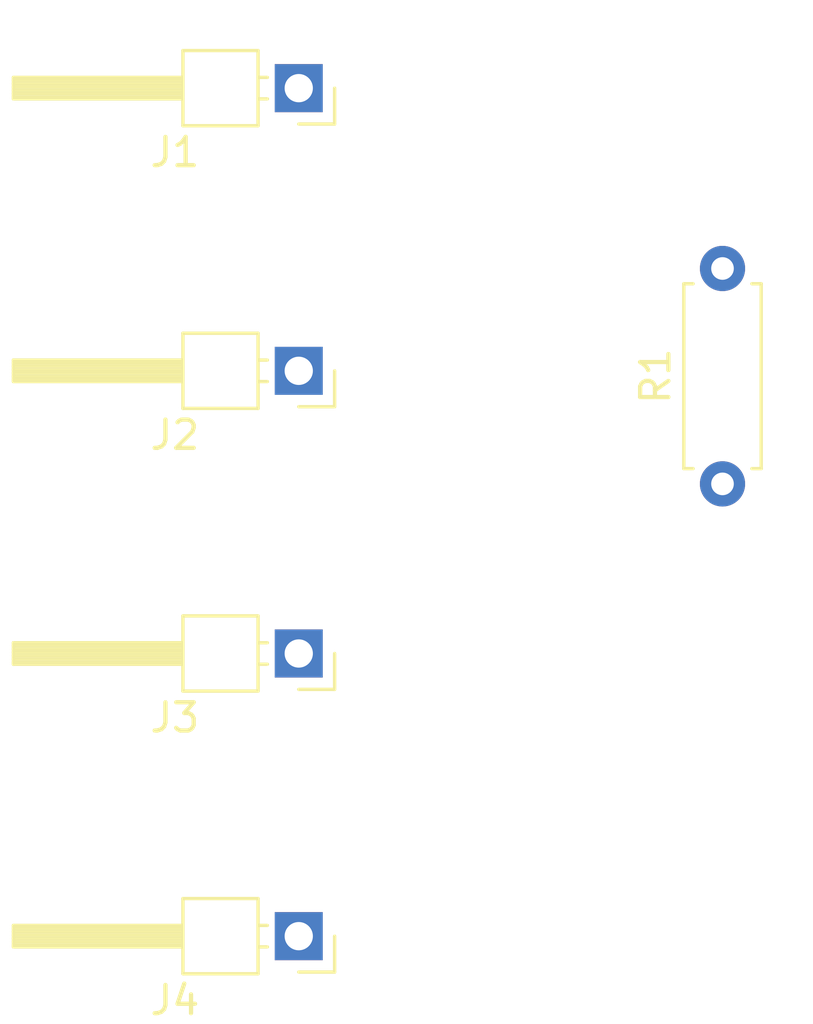
<source format=kicad_pcb>
(kicad_pcb (version 20240108) (generator "pcbnew") (generator_version "8.0")
  (layers (0 "F.Cu" signal) (31 "B.Cu" signal) (34 "B.Paste" user) (35 "F.Paste" user) (36 "B.SilkS" user "B.Silkscreen") (37 "F.SilkS" user "F.Silkscreen") (38 "B.Mask" user) (39 "F.Mask" user) (44 "Edge.Cuts" user))
  (net 0 "")
  (net 1 "VCC")
  (net 2 "GND")
  (net 3 "/BUS0")
  (net 4 "/BUS1")
  (footprint "Resistor_THT:R_Axial_DIN0207_L6.3mm_D2.5mm_P7.62mm_Horizontal" (layer "F.Cu") (at 175 104 90)
    (property "Reference" "R1" (at 3.81 -2.37 270) (layer "F.SilkS"))
    (property "Value" "R")
    (fp_line (start 7.08 -1.37) (end 7.08 -1.04) (stroke (width 0.12)) (layer "F.SilkS"))
    (fp_line (start 0.54 -1.37) (end 7.08 -1.37) (stroke (width 0.12)) (layer "F.SilkS"))
    (fp_line (start 0.54 -1.04) (end 0.54 -1.37) (stroke (width 0.12)) (layer "F.SilkS"))
    (fp_line (start 0.54 1.04) (end 0.54 1.37) (stroke (width 0.12)) (layer "F.SilkS"))
    (fp_line (start 7.08 1.37) (end 7.08 1.04) (stroke (width 0.12)) (layer "F.SilkS"))
    (fp_line (start 0.54 1.37) (end 7.08 1.37) (stroke (width 0.12)) (layer "F.SilkS"))
    (pad "1" thru_hole circle (at 0 0 90) (size 1.6 1.6) (drill 0.8) (layers "*.Cu" "*.Mask") (net 3 "/BUS0"))
    (pad "2" thru_hole oval (at 7.62 0 90) (size 1.6 1.6) (drill 0.8) (layers "*.Cu" "*.Mask") (net 1 "VCC"))
  )
  (footprint "Connector_PinHeader_2.54mm:PinHeader_1x01_P2.54mm_Horizontal" (layer "F.Cu") (at 160 120 180)
    (property "Reference" "J4" (at 4.385 -2.27 180) (layer "F.SilkS"))
    (property "Value" "Conn_01x01")
    (fp_line (start 10.1 0.38) (end 4.1 0.38) (stroke (width 0.12)) (layer "F.SilkS"))
    (fp_line (start 10.1 -0.38) (end 10.1 0.38) (stroke (width 0.12)) (layer "F.SilkS"))
    (fp_line (start 4.1 1.33) (end 4.1 -1.33) (stroke (width 0.12)) (layer "F.SilkS"))
    (fp_line (start 4.1 0.28) (end 10.1 0.28) (stroke (width 0.12)) (layer "F.SilkS"))
    (fp_line (start 4.1 0.16) (end 10.1 0.16) (stroke (width 0.12)) (layer "F.SilkS"))
    (fp_line (start 4.1 0.04) (end 10.1 0.04) (stroke (width 0.12)) (layer "F.SilkS"))
    (fp_line (start 4.1 -0.08) (end 10.1 -0.08) (stroke (width 0.12)) (layer "F.SilkS"))
    (fp_line (start 4.1 -0.2) (end 10.1 -0.2) (stroke (width 0.12)) (layer "F.SilkS"))
    (fp_line (start 4.1 -0.32) (end 10.1 -0.32) (stroke (width 0.12)) (layer "F.SilkS"))
    (fp_line (start 4.1 -0.38) (end 10.1 -0.38) (stroke (width 0.12)) (layer "F.SilkS"))
    (fp_line (start 4.1 -1.33) (end 1.44 -1.33) (stroke (width 0.12)) (layer "F.SilkS"))
    (fp_line (start 1.44 1.33) (end 4.1 1.33) (stroke (width 0.12)) (layer "F.SilkS"))
    (fp_line (start 1.44 -1.33) (end 1.44 1.33) (stroke (width 0.12)) (layer "F.SilkS"))
    (fp_line (start 1.11 0.38) (end 1.44 0.38) (stroke (width 0.12)) (layer "F.SilkS"))
    (fp_line (start 1.11 -0.38) (end 1.44 -0.38) (stroke (width 0.12)) (layer "F.SilkS"))
    (fp_line (start -1.27 0) (end -1.27 -1.27) (stroke (width 0.12)) (layer "F.SilkS"))
    (fp_line (start -1.27 -1.27) (end 0 -1.27) (stroke (width 0.12)) (layer "F.SilkS"))
    (pad "1" thru_hole rect (at 0 0 180) (size 1.7 1.7) (drill 1) (layers "*.Cu" "*.Mask") (net 4 "/BUS1"))
  )
  (footprint "Connector_PinHeader_2.54mm:PinHeader_1x01_P2.54mm_Horizontal" (layer "F.Cu") (at 160 90 180)
    (property "Reference" "J1" (at 4.385 -2.27 180) (layer "F.SilkS"))
    (property "Value" "Conn_01x01")
    (fp_line (start 10.1 0.38) (end 4.1 0.38) (stroke (width 0.12)) (layer "F.SilkS"))
    (fp_line (start 10.1 -0.38) (end 10.1 0.38) (stroke (width 0.12)) (layer "F.SilkS"))
    (fp_line (start 4.1 1.33) (end 4.1 -1.33) (stroke (width 0.12)) (layer "F.SilkS"))
    (fp_line (start 4.1 0.28) (end 10.1 0.28) (stroke (width 0.12)) (layer "F.SilkS"))
    (fp_line (start 4.1 0.16) (end 10.1 0.16) (stroke (width 0.12)) (layer "F.SilkS"))
    (fp_line (start 4.1 0.04) (end 10.1 0.04) (stroke (width 0.12)) (layer "F.SilkS"))
    (fp_line (start 4.1 -0.08) (end 10.1 -0.08) (stroke (width 0.12)) (layer "F.SilkS"))
    (fp_line (start 4.1 -0.2) (end 10.1 -0.2) (stroke (width 0.12)) (layer "F.SilkS"))
    (fp_line (start 4.1 -0.32) (end 10.1 -0.32) (stroke (width 0.12)) (layer "F.SilkS"))
    (fp_line (start 4.1 -0.38) (end 10.1 -0.38) (stroke (width 0.12)) (layer "F.SilkS"))
    (fp_line (start 4.1 -1.33) (end 1.44 -1.33) (stroke (width 0.12)) (layer "F.SilkS"))
    (fp_line (start 1.44 1.33) (end 4.1 1.33) (stroke (width 0.12)) (layer "F.SilkS"))
    (fp_line (start 1.44 -1.33) (end 1.44 1.33) (stroke (width 0.12)) (layer "F.SilkS"))
    (fp_line (start 1.11 0.38) (end 1.44 0.38) (stroke (width 0.12)) (layer "F.SilkS"))
    (fp_line (start 1.11 -0.38) (end 1.44 -0.38) (stroke (width 0.12)) (layer "F.SilkS"))
    (fp_line (start -1.27 0) (end -1.27 -1.27) (stroke (width 0.12)) (layer "F.SilkS"))
    (fp_line (start -1.27 -1.27) (end 0 -1.27) (stroke (width 0.12)) (layer "F.SilkS"))
    (pad "1" thru_hole rect (at 0 0 180) (size 1.7 1.7) (drill 1) (layers "*.Cu" "*.Mask") (net 1 "VCC"))
  )
  (footprint "Connector_PinHeader_2.54mm:PinHeader_1x01_P2.54mm_Horizontal" (layer "F.Cu") (at 160 110 180)
    (property "Reference" "J3" (at 4.385 -2.27 180) (layer "F.SilkS"))
    (property "Value" "Conn_01x01")
    (fp_line (start 10.1 0.38) (end 4.1 0.38) (stroke (width 0.12)) (layer "F.SilkS"))
    (fp_line (start 10.1 -0.38) (end 10.1 0.38) (stroke (width 0.12)) (layer "F.SilkS"))
    (fp_line (start 4.1 1.33) (end 4.1 -1.33) (stroke (width 0.12)) (layer "F.SilkS"))
    (fp_line (start 4.1 0.28) (end 10.1 0.28) (stroke (width 0.12)) (layer "F.SilkS"))
    (fp_line (start 4.1 0.16) (end 10.1 0.16) (stroke (width 0.12)) (layer "F.SilkS"))
    (fp_line (start 4.1 0.04) (end 10.1 0.04) (stroke (width 0.12)) (layer "F.SilkS"))
    (fp_line (start 4.1 -0.08) (end 10.1 -0.08) (stroke (width 0.12)) (layer "F.SilkS"))
    (fp_line (start 4.1 -0.2) (end 10.1 -0.2) (stroke (width 0.12)) (layer "F.SilkS"))
    (fp_line (start 4.1 -0.32) (end 10.1 -0.32) (stroke (width 0.12)) (layer "F.SilkS"))
    (fp_line (start 4.1 -0.38) (end 10.1 -0.38) (stroke (width 0.12)) (layer "F.SilkS"))
    (fp_line (start 4.1 -1.33) (end 1.44 -1.33) (stroke (width 0.12)) (layer "F.SilkS"))
    (fp_line (start 1.44 1.33) (end 4.1 1.33) (stroke (width 0.12)) (layer "F.SilkS"))
    (fp_line (start 1.44 -1.33) (end 1.44 1.33) (stroke (width 0.12)) (layer "F.SilkS"))
    (fp_line (start 1.11 0.38) (end 1.44 0.38) (stroke (width 0.12)) (layer "F.SilkS"))
    (fp_line (start 1.11 -0.38) (end 1.44 -0.38) (stroke (width 0.12)) (layer "F.SilkS"))
    (fp_line (start -1.27 0) (end -1.27 -1.27) (stroke (width 0.12)) (layer "F.SilkS"))
    (fp_line (start -1.27 -1.27) (end 0 -1.27) (stroke (width 0.12)) (layer "F.SilkS"))
    (pad "1" thru_hole rect (at 0 0 180) (size 1.7 1.7) (drill 1) (layers "*.Cu" "*.Mask") (net 3 "/BUS0"))
  )
  (footprint "Connector_PinHeader_2.54mm:PinHeader_1x01_P2.54mm_Horizontal" (layer "F.Cu") (at 160 100 180)
    (property "Reference" "J2" (at 4.385 -2.27 180) (layer "F.SilkS"))
    (property "Value" "Conn_01x01")
    (fp_line (start 10.1 0.38) (end 4.1 0.38) (stroke (width 0.12)) (layer "F.SilkS"))
    (fp_line (start 10.1 -0.38) (end 10.1 0.38) (stroke (width 0.12)) (layer "F.SilkS"))
    (fp_line (start 4.1 1.33) (end 4.1 -1.33) (stroke (width 0.12)) (layer "F.SilkS"))
    (fp_line (start 4.1 0.28) (end 10.1 0.28) (stroke (width 0.12)) (layer "F.SilkS"))
    (fp_line (start 4.1 0.16) (end 10.1 0.16) (stroke (width 0.12)) (layer "F.SilkS"))
    (fp_line (start 4.1 0.04) (end 10.1 0.04) (stroke (width 0.12)) (layer "F.SilkS"))
    (fp_line (start 4.1 -0.08) (end 10.1 -0.08) (stroke (width 0.12)) (layer "F.SilkS"))
    (fp_line (start 4.1 -0.2) (end 10.1 -0.2) (stroke (width 0.12)) (layer "F.SilkS"))
    (fp_line (start 4.1 -0.32) (end 10.1 -0.32) (stroke (width 0.12)) (layer "F.SilkS"))
    (fp_line (start 4.1 -0.38) (end 10.1 -0.38) (stroke (width 0.12)) (layer "F.SilkS"))
    (fp_line (start 4.1 -1.33) (end 1.44 -1.33) (stroke (width 0.12)) (layer "F.SilkS"))
    (fp_line (start 1.44 1.33) (end 4.1 1.33) (stroke (width 0.12)) (layer "F.SilkS"))
    (fp_line (start 1.44 -1.33) (end 1.44 1.33) (stroke (width 0.12)) (layer "F.SilkS"))
    (fp_line (start 1.11 0.38) (end 1.44 0.38) (stroke (width 0.12)) (layer "F.SilkS"))
    (fp_line (start 1.11 -0.38) (end 1.44 -0.38) (stroke (width 0.12)) (layer "F.SilkS"))
    (fp_line (start -1.27 0) (end -1.27 -1.27) (stroke (width 0.12)) (layer "F.SilkS"))
    (fp_line (start -1.27 -1.27) (end 0 -1.27) (stroke (width 0.12)) (layer "F.SilkS"))
    (pad "1" thru_hole rect (at 0 0 180) (size 1.7 1.7) (drill 1) (layers "*.Cu" "*.Mask") (net 2 "GND"))
  )
)
</source>
